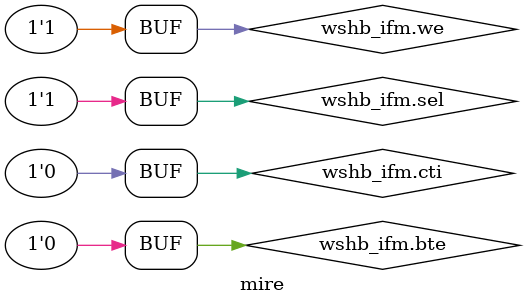
<source format=sv>
 module mire (
  wshb_if.master wshb_ifm
  );

parameter HDISP = 800;
parameter VDISP = 480;

logic [$clog2(HDISP)-1:0] pixel_cpt;
logic [$clog2(VDISP)-1:0] line_cpt;

/*
 * Generation des compteurs
 */
always_ff @(posedge wshb_ifm.clk or posedge wshb_ifm.rst)
if (wshb_ifm.rst)
begin
  pixel_cpt <= 1;
  line_cpt <= 0;
end
else
begin
  if (wshb_ifm.ack)
  begin
    if (pixel_cpt == HDISP - 1)
    begin
      pixel_cpt <= 0;

      if (line_cpt == VDISP - 1)
        line_cpt <= 0;
      else
        line_cpt <= line_cpt + 1;
    end
    else
      pixel_cpt <= pixel_cpt + 1;
  end
end

// Generations des signaux du wishbone.

always_ff @(posedge wshb_ifm.clk or posedge wshb_ifm.rst)
if (wshb_ifm.rst)
begin
  wshb_ifm.cyc <= 1;
  wshb_ifm.stb <= 0;
  wshb_ifm.adr <= 0;
  wshb_ifm.dat_ms <= 0;
end
else
begin
  wshb_ifm.cyc <= ~(pixel_cpt % 64 == 0);
  wshb_ifm.stb <= ~(pixel_cpt % 64 == 0);

  //On utilise l'ack pour savoir si l'adresse doit etre incrementer.
  wshb_ifm.adr <= (line_cpt * HDISP + pixel_cpt + wshb_ifm.ack) * 4;

  // On utilise le fait que HDISP est multiple de 16, pour passer la premiere colonne de la bonne couleur.
  wshb_ifm.dat_ms <= ((pixel_cpt + wshb_ifm.ack)%16 == 0 || line_cpt%16 == 0) ? 32'hffffffff : 32'h0;
end

assign wshb_ifm.we = 1'b1;
assign wshb_ifm.sel = 4'b1111;
assign wshb_ifm.cti = 3'b0;
assign wshb_ifm.bte = 2'b0;


endmodule

</source>
